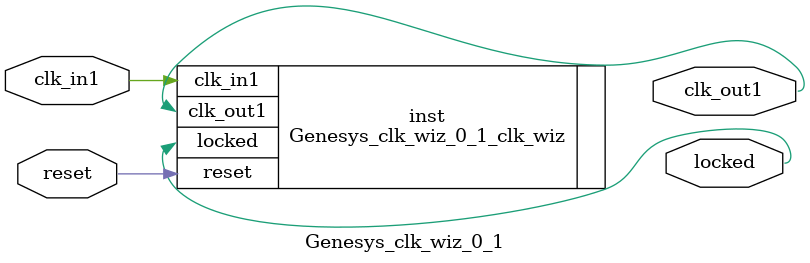
<source format=v>


`timescale 1ps/1ps

(* CORE_GENERATION_INFO = "Genesys_clk_wiz_0_1,clk_wiz_v6_0_4_0_0,{component_name=Genesys_clk_wiz_0_1,use_phase_alignment=true,use_min_o_jitter=false,use_max_i_jitter=false,use_dyn_phase_shift=false,use_inclk_switchover=false,use_dyn_reconfig=false,enable_axi=0,feedback_source=FDBK_AUTO,PRIMITIVE=MMCM,num_out_clk=1,clkin1_period=5.000,clkin2_period=10.0,use_power_down=false,use_reset=true,use_locked=true,use_inclk_stopped=false,feedback_type=SINGLE,CLOCK_MGR_TYPE=NA,manual_override=false}" *)

module Genesys_clk_wiz_0_1 
 (
  // Clock out ports
  output        clk_out1,
  // Status and control signals
  input         reset,
  output        locked,
 // Clock in ports
  input         clk_in1
 );

  Genesys_clk_wiz_0_1_clk_wiz inst
  (
  // Clock out ports  
  .clk_out1(clk_out1),
  // Status and control signals               
  .reset(reset), 
  .locked(locked),
 // Clock in ports
  .clk_in1(clk_in1)
  );

endmodule

</source>
